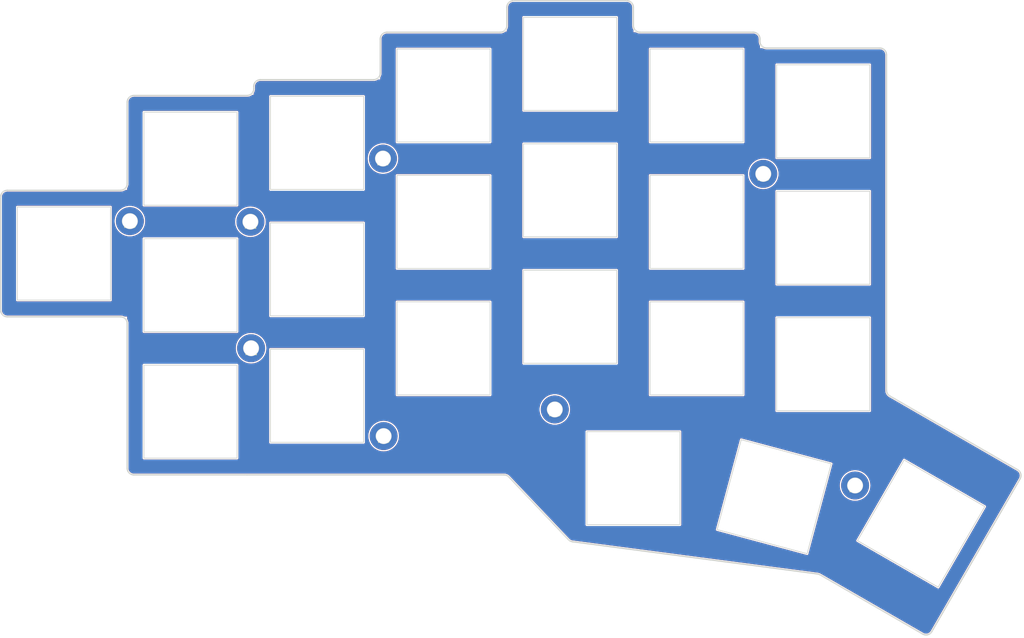
<source format=kicad_pcb>
(kicad_pcb (version 20211014) (generator pcbnew)
  (layers (0 "F.Cu" signal) (31 "B.Cu" signal) (34 "B.Paste" user) (35 "F.Paste" user) (36 "B.SilkS" user "B.Silkscreen") (37 "F.SilkS" user "F.Silkscreen") (38 "B.Mask" user) (39 "F.Mask" user) (44 "Edge.Cuts" user))
  (net 0 "")
  (footprint "kbd:SW_Hole" (layer "F.Cu") (at 42.721463 76.099368)
    (fp_text reference "K18" hide)
    (fp_text value "KEYSW" hide)
    (fp_line (start 7 7) (end 7 -7) (layer "Edge.Cuts") (width 0.12))
    (fp_line (start 7 -7) (end -7 -7) (layer "Edge.Cuts") (width 0.12))
    (fp_line (start -7 -7) (end -7 7) (layer "Edge.Cuts") (width 0.12))
    (fp_line (start -7 7) (end 7 7) (layer "Edge.Cuts") (width 0.12))
  )
  (footprint "kbd:SW_Hole" (layer "F.Cu") (at 118.721463 47.599367)
    (fp_text reference "K21" hide)
    (fp_text value "KEYSW" hide)
    (fp_line (start -7 7) (end 7 7) (layer "Edge.Cuts") (width 0.12))
    (fp_line (start 7 -7) (end -7 -7) (layer "Edge.Cuts") (width 0.12))
    (fp_line (start -7 -7) (end -7 7) (layer "Edge.Cuts") (width 0.12))
    (fp_line (start 7 7) (end 7 -7) (layer "Edge.Cuts") (width 0.12))
  )
  (footprint "kbd:SW_Hole" (layer "F.Cu") (at 42.721463 57.099368)
    (fp_text reference "K14" hide)
    (fp_text value "KEYSW" hide)
    (fp_line (start 7 7) (end 7 -7) (layer "Edge.Cuts") (width 0.12))
    (fp_line (start -7 -7) (end -7 7) (layer "Edge.Cuts") (width 0.12))
    (fp_line (start -7 7) (end 7 7) (layer "Edge.Cuts") (width 0.12))
    (fp_line (start 7 -7) (end -7 -7) (layer "Edge.Cuts") (width 0.12))
  )
  (footprint "kbd:SW_Hole" (layer "F.Cu") (at 61.721463 35.724368)
    (fp_text reference "K13" hide)
    (fp_text value "KEYSW" hide)
    (fp_line (start -7 -7) (end -7 7) (layer "Edge.Cuts") (width 0.12))
    (fp_line (start 7 7) (end 7 -7) (layer "Edge.Cuts") (width 0.12))
    (fp_line (start 7 -7) (end -7 -7) (layer "Edge.Cuts") (width 0.12))
    (fp_line (start -7 7) (end 7 7) (layer "Edge.Cuts") (width 0.12))
  )
  (footprint "kbd:SW_Hole" (layer "F.Cu") (at 152.426296 92.925796 60)
    (fp_text reference "K22" hide)
    (fp_text value "KEYSW" hide)
    (fp_line (start -7 7) (end 7 7) (layer "Edge.Cuts") (width 0.12))
    (fp_line (start -7 -7) (end -7 7) (layer "Edge.Cuts") (width 0.12))
    (fp_line (start 7 7) (end 7 -7) (layer "Edge.Cuts") (width 0.12))
    (fp_line (start 7 -7) (end -7 -7) (layer "Edge.Cuts") (width 0.12))
  )
  (footprint "kbd:M2_Hole_TH_mod" (layer "F.Cu") (at 128.721463 40.374367)
    (fp_text reference "H8" (at 0 0.5) (layer "F.SilkS"))
    (fp_text value "MountingHole")
    (fp_circle (center 0 0) (end 1.15 0) (layer "Edge.Cuts") (width 0.1) (fill none))
    (pad "" thru_hole circle (at 0 0) (size 4.2 4.2) (drill 2.3) (layers *.Cu *.Mask))
  )
  (footprint "kbd:SW_Hole" (layer "F.Cu") (at 80.721463 66.599368)
    (fp_text reference "K9" hide)
    (fp_text value "KEYSW" hide)
    (fp_line (start -7 7) (end 7 7) (layer "Edge.Cuts") (width 0.12))
    (fp_line (start 7 7) (end 7 -7) (layer "Edge.Cuts") (width 0.12))
    (fp_line (start 7 -7) (end -7 -7) (layer "Edge.Cuts") (width 0.12))
    (fp_line (start -7 -7) (end -7 7) (layer "Edge.Cuts") (width 0.12))
  )
  (footprint "kbd:M2_Hole_TH_mod" (layer "F.Cu") (at 71.621463 38.074367)
    (fp_text reference "H4" (at 0 0.5) (layer "F.SilkS"))
    (fp_text value "MountingHole")
    (fp_circle (center 0 0) (end 1.15 0) (layer "Edge.Cuts") (width 0.1) (fill none))
    (pad "" thru_hole circle (at 0 0) (size 4.2 4.2) (drill 2.3) (layers *.Cu *.Mask))
  )
  (footprint "kbd:SW_Hole" (layer "F.Cu") (at 130.35654 88.881582 -15)
    (fp_text reference "K1" hide)
    (fp_text value "KEYSW" hide)
    (fp_line (start 7 7) (end 7 -7) (layer "Edge.Cuts") (width 0.12))
    (fp_line (start 7 -7) (end -7 -7) (layer "Edge.Cuts") (width 0.12))
    (fp_line (start -7 7) (end 7 7) (layer "Edge.Cuts") (width 0.12))
    (fp_line (start -7 -7) (end -7 7) (layer "Edge.Cuts") (width 0.12))
  )
  (footprint "kbd:SW_Hole" (layer "F.Cu") (at 99.721463 23.849368)
    (fp_text reference "K11" hide)
    (fp_text value "KEYSW" hide)
    (fp_line (start -7 7) (end 7 7) (layer "Edge.Cuts") (width 0.12))
    (fp_line (start 7 -7) (end -7 -7) (layer "Edge.Cuts") (width 0.12))
    (fp_line (start -7 -7) (end -7 7) (layer "Edge.Cuts") (width 0.12))
    (fp_line (start 7 7) (end 7 -7) (layer "Edge.Cuts") (width 0.12))
  )
  (footprint "kbd:M2_Hole_TH_mod" (layer "F.Cu") (at 51.821463 66.574367)
    (fp_text reference "H2" (at 0 0.5) (layer "F.SilkS"))
    (fp_text value "MountingHole")
    (fp_circle (center 0 0) (end 1.15 0) (layer "Edge.Cuts") (width 0.1) (fill none))
    (pad "" thru_hole circle (at 0 0) (size 4.2 4.2) (drill 2.3) (layers *.Cu *.Mask))
  )
  (footprint "kbd:SW_Hole" (layer "F.Cu") (at 42.721463 38.099368)
    (fp_text reference "K7" hide)
    (fp_text value "KEYSW" hide)
    (fp_line (start -7 7) (end 7 7) (layer "Edge.Cuts") (width 0.12))
    (fp_line (start -7 -7) (end -7 7) (layer "Edge.Cuts") (width 0.12))
    (fp_line (start 7 -7) (end -7 -7) (layer "Edge.Cuts") (width 0.12))
    (fp_line (start 7 7) (end 7 -7) (layer "Edge.Cuts") (width 0.12))
  )
  (footprint "kbd:SW_Hole" (layer "F.Cu") (at 118.721463 66.599367)
    (fp_text reference "K12" hide)
    (fp_text value "KEYSW" hide)
    (fp_line (start -7 7) (end 7 7) (layer "Edge.Cuts") (width 0.12))
    (fp_line (start 7 -7) (end -7 -7) (layer "Edge.Cuts") (width 0.12))
    (fp_line (start 7 7) (end 7 -7) (layer "Edge.Cuts") (width 0.12))
    (fp_line (start -7 -7) (end -7 7) (layer "Edge.Cuts") (width 0.12))
  )
  (footprint "kbd:M2_Hole_TH_mod" (layer "F.Cu") (at 33.621463 47.474367)
    (fp_text reference "H3" (at 0 0.5) (layer "F.SilkS"))
    (fp_text value "MountingHole")
    (fp_circle (center 0 0) (end 1.15 0) (layer "Edge.Cuts") (width 0.1) (fill none))
    (pad "" thru_hole circle (at 0 0) (size 4.2 4.2) (drill 2.3) (layers *.Cu *.Mask))
  )
  (footprint "kbd:M2_Hole_TH_mod" (layer "F.Cu") (at 51.721463 47.574367)
    (fp_text reference "H1" (at 0 0.5) (layer "F.SilkS"))
    (fp_text value "MountingHole")
    (fp_circle (center 0 0) (end 1.15 0) (layer "Edge.Cuts") (width 0.1) (fill none))
    (pad "" thru_hole circle (at 0 0) (size 4.2 4.2) (drill 2.3) (layers *.Cu *.Mask))
  )
  (footprint "kbd:SW_Hole" (layer "F.Cu") (at 118.721463 28.599367)
    (fp_text reference "K16" hide)
    (fp_text value "KEYSW" hide)
    (fp_line (start -7 -7) (end -7 7) (layer "Edge.Cuts") (width 0.12))
    (fp_line (start -7 7) (end 7 7) (layer "Edge.Cuts") (width 0.12))
    (fp_line (start 7 -7) (end -7 -7) (layer "Edge.Cuts") (width 0.12))
    (fp_line (start 7 7) (end 7 -7) (layer "Edge.Cuts") (width 0.12))
  )
  (footprint "kbd:SW_Hole" (layer "F.Cu") (at 80.721463 47.599368)
    (fp_text reference "K6" hide)
    (fp_text value "KEYSW" hide)
    (fp_line (start -7 -7) (end -7 7) (layer "Edge.Cuts") (width 0.12))
    (fp_line (start 7 -7) (end -7 -7) (layer "Edge.Cuts") (width 0.12))
    (fp_line (start -7 7) (end 7 7) (layer "Edge.Cuts") (width 0.12))
    (fp_line (start 7 7) (end 7 -7) (layer "Edge.Cuts") (width 0.12))
  )
  (footprint "kbd:M2_Hole_TH_mod" (layer "F.Cu") (at 97.421463 75.774367)
    (fp_text reference "H6" (at 0 0.5) (layer "F.SilkS"))
    (fp_text value "MountingHole")
    (fp_circle (center 0 0) (end 1.15 0) (layer "Edge.Cuts") (width 0.1) (fill none))
    (pad "" thru_hole circle (at 0 0) (size 4.2 4.2) (drill 2.3) (layers *.Cu *.Mask))
  )
  (footprint "kbd:SW_Hole" (layer "F.Cu") (at 109.221463 86.099097)
    (fp_text reference "K5" hide)
    (fp_text value "KEYSW" hide)
    (fp_line (start 7 -7) (end -7 -7) (layer "Edge.Cuts") (width 0.12))
    (fp_line (start 7 7) (end 7 -7) (layer "Edge.Cuts") (width 0.12))
    (fp_line (start -7 7) (end 7 7) (layer "Edge.Cuts") (width 0.12))
    (fp_line (start -7 -7) (end -7 7) (layer "Edge.Cuts") (width 0.12))
  )
  (footprint "kbd:SW_Hole" (layer "F.Cu") (at 137.721463 49.974367)
    (fp_text reference "K3" hide)
    (fp_text value "KEYSW" hide)
    (fp_line (start -7 -7) (end -7 7) (layer "Edge.Cuts") (width 0.12))
    (fp_line (start 7 -7) (end -7 -7) (layer "Edge.Cuts") (width 0.12))
    (fp_line (start -7 7) (end 7 7) (layer "Edge.Cuts") (width 0.12))
    (fp_line (start 7 7) (end 7 -7) (layer "Edge.Cuts") (width 0.12))
  )
  (footprint "kbd:SW_Hole" (layer "F.Cu") (at 23.721464 52.349367)
    (fp_text reference "K10" hide)
    (fp_text value "KEYSW" hide)
    (fp_line (start 7 7) (end 7 -7) (layer "Edge.Cuts") (width 0.12))
    (fp_line (start 7 -7) (end -7 -7) (layer "Edge.Cuts") (width 0.12))
    (fp_line (start -7 7) (end 7 7) (layer "Edge.Cuts") (width 0.12))
    (fp_line (start -7 -7) (end -7 7) (layer "Edge.Cuts") (width 0.12))
  )
  (footprint "kbd:SW_Hole" (layer "F.Cu") (at 99.721463 42.849368)
    (fp_text reference "K19" hide)
    (fp_text value "KEYSW" hide)
    (fp_line (start -7 7) (end 7 7) (layer "Edge.Cuts") (width 0.12))
    (fp_line (start 7 -7) (end -7 -7) (layer "Edge.Cuts") (width 0.12))
    (fp_line (start -7 -7) (end -7 7) (layer "Edge.Cuts") (width 0.12))
    (fp_line (start 7 7) (end 7 -7) (layer "Edge.Cuts") (width 0.12))
  )
  (footprint "kbd:SW_Hole" (layer "F.Cu") (at 61.721463 73.724368)
    (fp_text reference "K8" hide)
    (fp_text value "KEYSW" hide)
    (fp_line (start -7 7) (end 7 7) (layer "Edge.Cuts") (width 0.12))
    (fp_line (start 7 -7) (end -7 -7) (layer "Edge.Cuts") (width 0.12))
    (fp_line (start 7 7) (end 7 -7) (layer "Edge.Cuts") (width 0.12))
    (fp_line (start -7 -7) (end -7 7) (layer "Edge.Cuts") (width 0.12))
  )
  (footprint "kbd:M2_Hole_TH_mod" (layer "F.Cu") (at 71.721463 79.774367)
    (fp_text reference "H5" (at 0 0.5) (layer "F.SilkS"))
    (fp_text value "MountingHole")
    (fp_circle (center 0 0) (end 1.15 0) (layer "Edge.Cuts") (width 0.1) (fill none))
    (pad "" thru_hole circle (at 0 0) (size 4.2 4.2) (drill 2.3) (layers *.Cu *.Mask))
  )
  (footprint "kbd:SW_Hole" (layer "F.Cu") (at 137.721463 30.974367)
    (fp_text reference "K4" hide)
    (fp_text value "KEYSW" hide)
    (fp_line (start -7 7) (end 7 7) (layer "Edge.Cuts") (width 0.12))
    (fp_line (start 7 -7) (end -7 -7) (layer "Edge.Cuts") (width 0.12))
    (fp_line (start -7 -7) (end -7 7) (layer "Edge.Cuts") (width 0.12))
    (fp_line (start 7 7) (end 7 -7) (layer "Edge.Cuts") (width 0.12))
  )
  (footprint "kbd:SW_Hole" (layer "F.Cu") (at 137.721463 68.974367)
    (fp_text reference "K2" hide)
    (fp_text value "KEYSW" hide)
    (fp_line (start 7 7) (end 7 -7) (layer "Edge.Cuts") (width 0.12))
    (fp_line (start -7 -7) (end -7 7) (layer "Edge.Cuts") (width 0.12))
    (fp_line (start -7 7) (end 7 7) (layer "Edge.Cuts") (width 0.12))
    (fp_line (start 7 -7) (end -7 -7) (layer "Edge.Cuts") (width 0.12))
  )
  (footprint "kbd:SW_Hole" (layer "F.Cu") (at 99.721463 61.849368)
    (fp_text reference "K15" hide)
    (fp_text value "KEYSW" hide)
    (fp_line (start -7 -7) (end -7 7) (layer "Edge.Cuts") (width 0.12))
    (fp_line (start -7 7) (end 7 7) (layer "Edge.Cuts") (width 0.12))
    (fp_line (start 7 -7) (end -7 -7) (layer "Edge.Cuts") (width 0.12))
    (fp_line (start 7 7) (end 7 -7) (layer "Edge.Cuts") (width 0.12))
  )
  (footprint "kbd:M2_Hole_TH_mod" (layer "F.Cu") (at 142.507505 87.19918)
    (fp_text reference "H9" (at 0 0.5) (layer "F.SilkS"))
    (fp_text value "MountingHole")
    (fp_circle (center 0 0) (end 1.15 0) (layer "Edge.Cuts") (width 0.1) (fill none))
    (pad "" thru_hole circle (at 0 0) (size 4.2 4.2) (drill 2.3) (layers *.Cu *.Mask))
  )
  (footprint "kbd:SW_Hole" (layer "F.Cu") (at 61.721463 54.724368)
    (fp_text reference "K17" hide)
    (fp_text value "KEYSW" hide)
    (fp_line (start 7 7) (end 7 -7) (layer "Edge.Cuts") (width 0.12))
    (fp_line (start 7 -7) (end -7 -7) (layer "Edge.Cuts") (width 0.12))
    (fp_line (start -7 -7) (end -7 7) (layer "Edge.Cuts") (width 0.12))
    (fp_line (start -7 7) (end 7 7) (layer "Edge.Cuts") (width 0.12))
  )
  (footprint "kbd:SW_Hole" (layer "F.Cu") (at 80.721463 28.599368)
    (fp_text reference "K20" hide)
    (fp_text value "KEYSW" hide)
    (fp_line (start -7 7) (end 7 7) (layer "Edge.Cuts") (width 0.12))
    (fp_line (start 7 -7) (end -7 -7) (layer "Edge.Cuts") (width 0.12))
    (fp_line (start -7 -7) (end -7 7) (layer "Edge.Cuts") (width 0.12))
    (fp_line (start 7 7) (end 7 -7) (layer "Edge.Cuts") (width 0.12))
  )
  (gr_arc (start 89.796623 85.599367) (mid 90.187009 85.679623) (end 90.514076 85.907372) (layer "Edge.Cuts") (width 0.2))
  (gr_arc (start 166.912511 84.834934) (mid 167.378437 85.442141) (end 167.278537 86.20096) (layer "Edge.Cuts") (width 0.2))
  (gr_arc (start 90.221463 18.099368) (mid 89.92857 18.806475) (end 89.221463 19.099368) (layer "Edge.Cuts") (width 0.2))
  (gr_line (start 15.221464 42.849368) (end 32.221465 42.849368) (layer "Edge.Cuts") (width 0.2))
  (gr_line (start 52.221463 27.599368) (end 52.221463 27.224367) (layer "Edge.Cuts") (width 0.2))
  (gr_line (start 99.480311 95.345258) (end 90.514076 85.907372) (layer "Edge.Cuts") (width 0.2))
  (gr_line (start 147.721463 73.754978) (end 166.912511 84.834934) (layer "Edge.Cuts") (width 0.2))
  (gr_line (start 147.221463 22.474368) (end 147.221463 72.888952) (layer "Edge.Cuts") (width 0.2))
  (gr_arc (start 71.221463 25.224368) (mid 70.92857 25.931475) (end 70.221463 26.224368) (layer "Edge.Cuts") (width 0.2))
  (gr_line (start 71.221463 25.224368) (end 71.221463 20.099368) (layer "Edge.Cuts") (width 0.2))
  (gr_arc (start 146.221463 21.474368) (mid 146.92857 21.767261) (end 147.221463 22.474368) (layer "Edge.Cuts") (width 0.2))
  (gr_arc (start 108.221463 14.349368) (mid 108.92857 14.642261) (end 109.221463 15.349368) (layer "Edge.Cuts") (width 0.2))
  (gr_line (start 110.221463 19.099367) (end 127.221463 19.099367) (layer "Edge.Cuts") (width 0.2))
  (gr_line (start 89.796623 85.599366) (end 51.221463 85.599366) (layer "Edge.Cuts") (width 0.2))
  (gr_line (start 152.662511 109.516658) (end 137.244527 100.615081) (layer "Edge.Cuts") (width 0.2))
  (gr_arc (start 110.221462 19.099368) (mid 109.514356 18.806474) (end 109.221463 18.099367) (layer "Edge.Cuts") (width 0.2))
  (gr_line (start 33.221463 84.609762) (end 33.221463 62.849367) (layer "Edge.Cuts") (width 0.2))
  (gr_arc (start 34.211068 85.599367) (mid 33.511312 85.309518) (end 33.221463 84.609762) (layer "Edge.Cuts") (width 0.2))
  (gr_line (start 51.221463 85.599366) (end 34.211068 85.599366) (layer "Edge.Cuts") (width 0.2))
  (gr_arc (start 52.221463 27.224368) (mid 52.514356 26.517261) (end 53.221463 26.224368) (layer "Edge.Cuts") (width 0.2))
  (gr_line (start 53.221463 26.224368) (end 70.221463 26.224368) (layer "Edge.Cuts") (width 0.2))
  (gr_line (start 14.221465 60.849368) (end 14.221465 43.849369) (layer "Edge.Cuts") (width 0.2))
  (gr_arc (start 15.221464 61.849367) (mid 14.514358 61.556474) (end 14.221465 60.849368) (layer "Edge.Cuts") (width 0.2))
  (gr_arc (start 14.221465 43.849369) (mid 14.514358 43.142262) (end 15.221464 42.849368) (layer "Edge.Cuts") (width 0.2))
  (gr_arc (start 32.221466 61.849364) (mid 32.928572 62.142259) (end 33.221463 62.849367) (layer "Edge.Cuts") (width 0.2))
  (gr_arc (start 129.221463 21.474367) (mid 128.514356 21.181474) (end 128.221463 20.474367) (layer "Edge.Cuts") (width 0.2))
  (gr_arc (start 52.221466 27.599371) (mid 51.928571 28.306477) (end 51.221463 28.599368) (layer "Edge.Cuts") (width 0.2))
  (gr_arc (start 33.221465 41.84937) (mid 32.928571 42.556475) (end 32.221464 42.849367) (layer "Edge.Cuts") (width 0.2))
  (gr_arc (start 90.221463 15.349368) (mid 90.514356 14.642261) (end 91.221463 14.349368) (layer "Edge.Cuts") (width 0.2))
  (gr_arc (start 127.221463 19.099367) (mid 127.92857 19.39226) (end 128.221463 20.099367) (layer "Edge.Cuts") (width 0.2))
  (gr_arc (start 100.068595 95.644797) (mid 99.748739 95.545528) (end 99.480311 95.345258) (layer "Edge.Cuts") (width 0.2))
  (gr_line (start 136.878894 100.490965) (end 100.068595 95.644797) (layer "Edge.Cuts") (width 0.2))
  (gr_line (start 33.221463 41.849368) (end 33.221464 29.599368) (layer "Edge.Cuts") (width 0.2))
  (gr_line (start 109.221463 15.349368) (end 109.221463 18.099367) (layer "Edge.Cuts") (width 0.2))
  (gr_line (start 128.221463 20.099367) (end 128.221463 20.474367) (layer "Edge.Cuts") (width 0.2))
  (gr_arc (start 33.221464 29.599368) (mid 33.514357 28.892261) (end 34.221464 28.599368) (layer "Edge.Cuts") (width 0.2))
  (gr_line (start 129.221463 21.474367) (end 146.221463 21.474368) (layer "Edge.Cuts") (width 0.2))
  (gr_line (start 167.278537 86.20096) (end 154.028537 109.150633) (layer "Edge.Cuts") (width 0.2))
  (gr_arc (start 136.878894 100.490965) (mid 137.067823 100.535017) (end 137.244527 100.615081) (layer "Edge.Cuts") (width 0.2))
  (gr_arc (start 147.721463 73.754977) (mid 147.355438 73.388952) (end 147.221463 72.888952) (layer "Edge.Cuts") (width 0.2))
  (gr_arc (start 71.221462 20.099368) (mid 71.514356 19.392261) (end 72.221463 19.099367) (layer "Edge.Cuts") (width 0.2))
  (gr_line (start 90.221463 18.099368) (end 90.221463 15.349368) (layer "Edge.Cuts") (width 0.2))
  (gr_line (start 32.221464 61.849368) (end 15.221464 61.849368) (layer "Edge.Cuts") (width 0.2))
  (gr_line (start 91.221463 14.349368) (end 108.221463 14.349368) (layer "Edge.Cuts") (width 0.2))
  (gr_line (start 72.221463 19.099367) (end 89.221463 19.099368) (layer "Edge.Cuts") (width 0.2))
  (gr_arc (start 154.028536 109.150633) (mid 153.42133 109.616559) (end 152.662511 109.516658) (layer "Edge.Cuts") (width 0.2))
  (gr_line (start 34.221464 28.599368) (end 51.221463 28.599368) (layer "Edge.Cuts") (width 0.2))
  (zone (net 0) (net_name "") (layers F&B.Cu) (priority 1) (connect_pads (clearance 0.2)) (min_thickness 0.25) (fill yes (thermal_gap 0.5) (thermal_bridge_width 0.5))
    (polygon (pts (xy 109.221463 19.104952) (xy 128.221463 19.104952) (xy 128.221463 21.504952) (xy 147.221463 21.504952) (xy 147.221463 23.804952) (xy 147.721464 73.349367) (xy 167.821463 85.204952) (xy 153.421463 109.904952) (xy 137.021463 100.504952) (xy 99.721463 95.504952) (xy 90.121463 85.504952) (xy 33.221463 85.604952) (xy 33.221463 61.804952) (xy 14.121463 61.804952) (xy 14.221463 42.904952) (xy 33.221463 42.804952) (xy 33.221463 28.504952) (xy 52.221463 28.504952) (xy 52.221463 26.204952) (xy 71.221463 26.204952) (xy 71.221463 19.004952) (xy 90.221463 19.004952) (xy 90.221463 14.304952) (xy 109.221463 14.304952)))
  )
)
</source>
